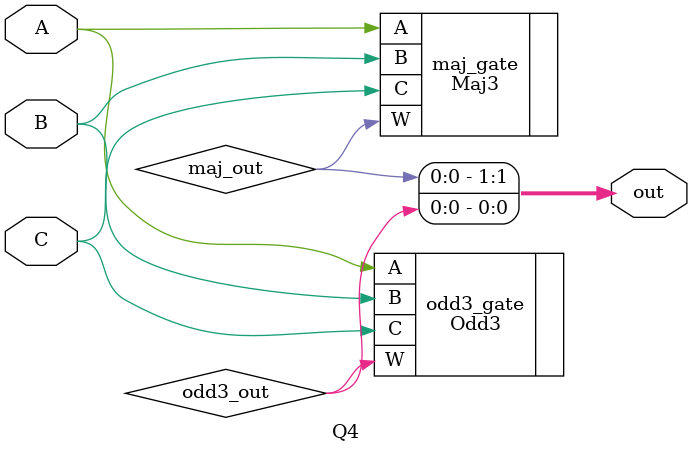
<source format=v>
module Q4 (
    input wire A, B, C,       // Three inputs
    output wire [1:0] out     // 2-bit output {maj_out, odd3_out}
);

    wire maj_out, odd3_out;   // Internal signals for Majority and Odd3 outputs

    // Instantiating the Majority gate (Maj3)
    Maj3 maj_gate (
        .W(maj_out),          // Connecting to the output of Majority gate
        .A(A),                // Connecting input A
        .B(B),                // Connecting input B
        .C(C)                 // Connecting input C
    );

    // Instantiating the Odd3 gate (3-input XOR)
    Odd3 odd3_gate (
        .W(odd3_out),         // Connecting to the output of Odd3 (3-input XOR)
        .A(A),                // Connecting input A
        .B(B),                // Connecting input B
        .C(C)                 // Connecting input C
    );

    // Combine maj_out and odd3_out into a 2-bit output
    assign out = {maj_out, odd3_out};

endmodule


</source>
